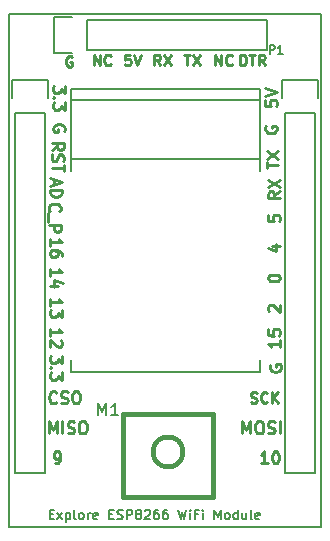
<source format=gbr>
G04 #@! TF.FileFunction,Legend,Top*
%FSLAX46Y46*%
G04 Gerber Fmt 4.6, Leading zero omitted, Abs format (unit mm)*
G04 Created by KiCad (PCBNEW (2015-01-16 BZR 5376)-product) date 7/15/2015 11:03:26 AM*
%MOMM*%
G01*
G04 APERTURE LIST*
%ADD10C,0.100000*%
%ADD11C,0.222250*%
%ADD12C,0.200000*%
%ADD13C,0.250000*%
%ADD14C,0.150000*%
%ADD15C,0.381000*%
G04 APERTURE END LIST*
D10*
D11*
X132080001Y-45487167D02*
X132080001Y-44598167D01*
X132291667Y-44598167D01*
X132418667Y-44640500D01*
X132503334Y-44725167D01*
X132545667Y-44809833D01*
X132588001Y-44979167D01*
X132588001Y-45106167D01*
X132545667Y-45275500D01*
X132503334Y-45360167D01*
X132418667Y-45444833D01*
X132291667Y-45487167D01*
X132080001Y-45487167D01*
X132842001Y-44598167D02*
X133350001Y-44598167D01*
X133096001Y-45487167D02*
X133096001Y-44598167D01*
X134154334Y-45487167D02*
X133858000Y-45063833D01*
X133646334Y-45487167D02*
X133646334Y-44598167D01*
X133985000Y-44598167D01*
X134069667Y-44640500D01*
X134112000Y-44682833D01*
X134154334Y-44767500D01*
X134154334Y-44894500D01*
X134112000Y-44979167D01*
X134069667Y-45021500D01*
X133985000Y-45063833D01*
X133646334Y-45063833D01*
X129984501Y-45487167D02*
X129984501Y-44598167D01*
X130492501Y-45487167D01*
X130492501Y-44598167D01*
X131423834Y-45402500D02*
X131381500Y-45444833D01*
X131254500Y-45487167D01*
X131169834Y-45487167D01*
X131042834Y-45444833D01*
X130958167Y-45360167D01*
X130915834Y-45275500D01*
X130873500Y-45106167D01*
X130873500Y-44979167D01*
X130915834Y-44809833D01*
X130958167Y-44725167D01*
X131042834Y-44640500D01*
X131169834Y-44598167D01*
X131254500Y-44598167D01*
X131381500Y-44640500D01*
X131423834Y-44682833D01*
X127338667Y-44598167D02*
X127846667Y-44598167D01*
X127592667Y-45487167D02*
X127592667Y-44598167D01*
X128058333Y-44598167D02*
X128651000Y-45487167D01*
X128651000Y-44598167D02*
X128058333Y-45487167D01*
X125327834Y-45487167D02*
X125031500Y-45063833D01*
X124819834Y-45487167D02*
X124819834Y-44598167D01*
X125158500Y-44598167D01*
X125243167Y-44640500D01*
X125285500Y-44682833D01*
X125327834Y-44767500D01*
X125327834Y-44894500D01*
X125285500Y-44979167D01*
X125243167Y-45021500D01*
X125158500Y-45063833D01*
X124819834Y-45063833D01*
X125624167Y-44598167D02*
X126216834Y-45487167D01*
X126216834Y-44598167D02*
X125624167Y-45487167D01*
X122766667Y-44598167D02*
X122343334Y-44598167D01*
X122301000Y-45021500D01*
X122343334Y-44979167D01*
X122428000Y-44936833D01*
X122639667Y-44936833D01*
X122724334Y-44979167D01*
X122766667Y-45021500D01*
X122809000Y-45106167D01*
X122809000Y-45317833D01*
X122766667Y-45402500D01*
X122724334Y-45444833D01*
X122639667Y-45487167D01*
X122428000Y-45487167D01*
X122343334Y-45444833D01*
X122301000Y-45402500D01*
X123063001Y-44598167D02*
X123359334Y-45487167D01*
X123655667Y-44598167D01*
X119697501Y-45487167D02*
X119697501Y-44598167D01*
X120205501Y-45487167D01*
X120205501Y-44598167D01*
X121136834Y-45402500D02*
X121094500Y-45444833D01*
X120967500Y-45487167D01*
X120882834Y-45487167D01*
X120755834Y-45444833D01*
X120671167Y-45360167D01*
X120628834Y-45275500D01*
X120586500Y-45106167D01*
X120586500Y-44979167D01*
X120628834Y-44809833D01*
X120671167Y-44725167D01*
X120755834Y-44640500D01*
X120882834Y-44598167D01*
X120967500Y-44598167D01*
X121094500Y-44640500D01*
X121136834Y-44682833D01*
X117834833Y-44767500D02*
X117750167Y-44725167D01*
X117623167Y-44725167D01*
X117496167Y-44767500D01*
X117411500Y-44852167D01*
X117369167Y-44936833D01*
X117326833Y-45106167D01*
X117326833Y-45233167D01*
X117369167Y-45402500D01*
X117411500Y-45487167D01*
X117496167Y-45571833D01*
X117623167Y-45614167D01*
X117707833Y-45614167D01*
X117834833Y-45571833D01*
X117877167Y-45529500D01*
X117877167Y-45233167D01*
X117707833Y-45233167D01*
D12*
X115964807Y-83508857D02*
X116231474Y-83508857D01*
X116345760Y-83927905D02*
X115964807Y-83927905D01*
X115964807Y-83127905D01*
X116345760Y-83127905D01*
X116612427Y-83927905D02*
X117031474Y-83394571D01*
X116612427Y-83394571D02*
X117031474Y-83927905D01*
X117336236Y-83394571D02*
X117336236Y-84194571D01*
X117336236Y-83432667D02*
X117412427Y-83394571D01*
X117564808Y-83394571D01*
X117640998Y-83432667D01*
X117679093Y-83470762D01*
X117717189Y-83546952D01*
X117717189Y-83775524D01*
X117679093Y-83851714D01*
X117640998Y-83889810D01*
X117564808Y-83927905D01*
X117412427Y-83927905D01*
X117336236Y-83889810D01*
X118174332Y-83927905D02*
X118098141Y-83889810D01*
X118060046Y-83813619D01*
X118060046Y-83127905D01*
X118593380Y-83927905D02*
X118517189Y-83889810D01*
X118479094Y-83851714D01*
X118440999Y-83775524D01*
X118440999Y-83546952D01*
X118479094Y-83470762D01*
X118517189Y-83432667D01*
X118593380Y-83394571D01*
X118707666Y-83394571D01*
X118783856Y-83432667D01*
X118821951Y-83470762D01*
X118860047Y-83546952D01*
X118860047Y-83775524D01*
X118821951Y-83851714D01*
X118783856Y-83889810D01*
X118707666Y-83927905D01*
X118593380Y-83927905D01*
X119202904Y-83927905D02*
X119202904Y-83394571D01*
X119202904Y-83546952D02*
X119240999Y-83470762D01*
X119279095Y-83432667D01*
X119355285Y-83394571D01*
X119431476Y-83394571D01*
X120002904Y-83889810D02*
X119926714Y-83927905D01*
X119774333Y-83927905D01*
X119698142Y-83889810D01*
X119660047Y-83813619D01*
X119660047Y-83508857D01*
X119698142Y-83432667D01*
X119774333Y-83394571D01*
X119926714Y-83394571D01*
X120002904Y-83432667D01*
X120040999Y-83508857D01*
X120040999Y-83585048D01*
X119660047Y-83661238D01*
X120993380Y-83508857D02*
X121260047Y-83508857D01*
X121374333Y-83927905D02*
X120993380Y-83927905D01*
X120993380Y-83127905D01*
X121374333Y-83127905D01*
X121679095Y-83889810D02*
X121793381Y-83927905D01*
X121983857Y-83927905D01*
X122060047Y-83889810D01*
X122098143Y-83851714D01*
X122136238Y-83775524D01*
X122136238Y-83699333D01*
X122098143Y-83623143D01*
X122060047Y-83585048D01*
X121983857Y-83546952D01*
X121831476Y-83508857D01*
X121755285Y-83470762D01*
X121717190Y-83432667D01*
X121679095Y-83356476D01*
X121679095Y-83280286D01*
X121717190Y-83204095D01*
X121755285Y-83166000D01*
X121831476Y-83127905D01*
X122021952Y-83127905D01*
X122136238Y-83166000D01*
X122479095Y-83927905D02*
X122479095Y-83127905D01*
X122783857Y-83127905D01*
X122860048Y-83166000D01*
X122898143Y-83204095D01*
X122936238Y-83280286D01*
X122936238Y-83394571D01*
X122898143Y-83470762D01*
X122860048Y-83508857D01*
X122783857Y-83546952D01*
X122479095Y-83546952D01*
X123393381Y-83470762D02*
X123317190Y-83432667D01*
X123279095Y-83394571D01*
X123241000Y-83318381D01*
X123241000Y-83280286D01*
X123279095Y-83204095D01*
X123317190Y-83166000D01*
X123393381Y-83127905D01*
X123545762Y-83127905D01*
X123621952Y-83166000D01*
X123660048Y-83204095D01*
X123698143Y-83280286D01*
X123698143Y-83318381D01*
X123660048Y-83394571D01*
X123621952Y-83432667D01*
X123545762Y-83470762D01*
X123393381Y-83470762D01*
X123317190Y-83508857D01*
X123279095Y-83546952D01*
X123241000Y-83623143D01*
X123241000Y-83775524D01*
X123279095Y-83851714D01*
X123317190Y-83889810D01*
X123393381Y-83927905D01*
X123545762Y-83927905D01*
X123621952Y-83889810D01*
X123660048Y-83851714D01*
X123698143Y-83775524D01*
X123698143Y-83623143D01*
X123660048Y-83546952D01*
X123621952Y-83508857D01*
X123545762Y-83470762D01*
X124002905Y-83204095D02*
X124041000Y-83166000D01*
X124117191Y-83127905D01*
X124307667Y-83127905D01*
X124383857Y-83166000D01*
X124421953Y-83204095D01*
X124460048Y-83280286D01*
X124460048Y-83356476D01*
X124421953Y-83470762D01*
X123964810Y-83927905D01*
X124460048Y-83927905D01*
X125145762Y-83127905D02*
X124993381Y-83127905D01*
X124917191Y-83166000D01*
X124879096Y-83204095D01*
X124802905Y-83318381D01*
X124764810Y-83470762D01*
X124764810Y-83775524D01*
X124802905Y-83851714D01*
X124841000Y-83889810D01*
X124917191Y-83927905D01*
X125069572Y-83927905D01*
X125145762Y-83889810D01*
X125183858Y-83851714D01*
X125221953Y-83775524D01*
X125221953Y-83585048D01*
X125183858Y-83508857D01*
X125145762Y-83470762D01*
X125069572Y-83432667D01*
X124917191Y-83432667D01*
X124841000Y-83470762D01*
X124802905Y-83508857D01*
X124764810Y-83585048D01*
X125907667Y-83127905D02*
X125755286Y-83127905D01*
X125679096Y-83166000D01*
X125641001Y-83204095D01*
X125564810Y-83318381D01*
X125526715Y-83470762D01*
X125526715Y-83775524D01*
X125564810Y-83851714D01*
X125602905Y-83889810D01*
X125679096Y-83927905D01*
X125831477Y-83927905D01*
X125907667Y-83889810D01*
X125945763Y-83851714D01*
X125983858Y-83775524D01*
X125983858Y-83585048D01*
X125945763Y-83508857D01*
X125907667Y-83470762D01*
X125831477Y-83432667D01*
X125679096Y-83432667D01*
X125602905Y-83470762D01*
X125564810Y-83508857D01*
X125526715Y-83585048D01*
X126860049Y-83127905D02*
X127050525Y-83927905D01*
X127202906Y-83356476D01*
X127355287Y-83927905D01*
X127545763Y-83127905D01*
X127850525Y-83927905D02*
X127850525Y-83394571D01*
X127850525Y-83127905D02*
X127812430Y-83166000D01*
X127850525Y-83204095D01*
X127888620Y-83166000D01*
X127850525Y-83127905D01*
X127850525Y-83204095D01*
X128498144Y-83508857D02*
X128231477Y-83508857D01*
X128231477Y-83927905D02*
X128231477Y-83127905D01*
X128612430Y-83127905D01*
X128917191Y-83927905D02*
X128917191Y-83394571D01*
X128917191Y-83127905D02*
X128879096Y-83166000D01*
X128917191Y-83204095D01*
X128955286Y-83166000D01*
X128917191Y-83127905D01*
X128917191Y-83204095D01*
X129907667Y-83927905D02*
X129907667Y-83127905D01*
X130174334Y-83699333D01*
X130441001Y-83127905D01*
X130441001Y-83927905D01*
X130936239Y-83927905D02*
X130860048Y-83889810D01*
X130821953Y-83851714D01*
X130783858Y-83775524D01*
X130783858Y-83546952D01*
X130821953Y-83470762D01*
X130860048Y-83432667D01*
X130936239Y-83394571D01*
X131050525Y-83394571D01*
X131126715Y-83432667D01*
X131164810Y-83470762D01*
X131202906Y-83546952D01*
X131202906Y-83775524D01*
X131164810Y-83851714D01*
X131126715Y-83889810D01*
X131050525Y-83927905D01*
X130936239Y-83927905D01*
X131888620Y-83927905D02*
X131888620Y-83127905D01*
X131888620Y-83889810D02*
X131812430Y-83927905D01*
X131660049Y-83927905D01*
X131583858Y-83889810D01*
X131545763Y-83851714D01*
X131507668Y-83775524D01*
X131507668Y-83546952D01*
X131545763Y-83470762D01*
X131583858Y-83432667D01*
X131660049Y-83394571D01*
X131812430Y-83394571D01*
X131888620Y-83432667D01*
X132612430Y-83394571D02*
X132612430Y-83927905D01*
X132269573Y-83394571D02*
X132269573Y-83813619D01*
X132307668Y-83889810D01*
X132383859Y-83927905D01*
X132498145Y-83927905D01*
X132574335Y-83889810D01*
X132612430Y-83851714D01*
X133107669Y-83927905D02*
X133031478Y-83889810D01*
X132993383Y-83813619D01*
X132993383Y-83127905D01*
X133717193Y-83889810D02*
X133641003Y-83927905D01*
X133488622Y-83927905D01*
X133412431Y-83889810D01*
X133374336Y-83813619D01*
X133374336Y-83508857D01*
X133412431Y-83432667D01*
X133488622Y-83394571D01*
X133641003Y-83394571D01*
X133717193Y-83432667D01*
X133755288Y-83508857D01*
X133755288Y-83585048D01*
X133374336Y-83661238D01*
D13*
X134199381Y-48450476D02*
X134199381Y-48926667D01*
X134675571Y-48974286D01*
X134627952Y-48926667D01*
X134580333Y-48831429D01*
X134580333Y-48593333D01*
X134627952Y-48498095D01*
X134675571Y-48450476D01*
X134770810Y-48402857D01*
X135008905Y-48402857D01*
X135104143Y-48450476D01*
X135151762Y-48498095D01*
X135199381Y-48593333D01*
X135199381Y-48831429D01*
X135151762Y-48926667D01*
X135104143Y-48974286D01*
X134199381Y-48117143D02*
X135199381Y-47783810D01*
X134199381Y-47450476D01*
X134247000Y-50665095D02*
X134199381Y-50760333D01*
X134199381Y-50903190D01*
X134247000Y-51046048D01*
X134342238Y-51141286D01*
X134437476Y-51188905D01*
X134627952Y-51236524D01*
X134770810Y-51236524D01*
X134961286Y-51188905D01*
X135056524Y-51141286D01*
X135151762Y-51046048D01*
X135199381Y-50903190D01*
X135199381Y-50807952D01*
X135151762Y-50665095D01*
X135104143Y-50617476D01*
X134770810Y-50617476D01*
X134770810Y-50807952D01*
X134326381Y-54228905D02*
X134326381Y-53657476D01*
X135326381Y-53943191D02*
X134326381Y-53943191D01*
X134326381Y-53419381D02*
X135326381Y-52752714D01*
X134326381Y-52752714D02*
X135326381Y-53419381D01*
D11*
X135453381Y-56173666D02*
X134977190Y-56507000D01*
X135453381Y-56745095D02*
X134453381Y-56745095D01*
X134453381Y-56364142D01*
X134501000Y-56268904D01*
X134548619Y-56221285D01*
X134643857Y-56173666D01*
X134786714Y-56173666D01*
X134881952Y-56221285D01*
X134929571Y-56268904D01*
X134977190Y-56364142D01*
X134977190Y-56745095D01*
X134453381Y-55840333D02*
X135453381Y-55173666D01*
X134453381Y-55173666D02*
X135453381Y-55840333D01*
D13*
X134453381Y-58181904D02*
X134453381Y-58658095D01*
X134929571Y-58705714D01*
X134881952Y-58658095D01*
X134834333Y-58562857D01*
X134834333Y-58324761D01*
X134881952Y-58229523D01*
X134929571Y-58181904D01*
X135024810Y-58134285D01*
X135262905Y-58134285D01*
X135358143Y-58181904D01*
X135405762Y-58229523D01*
X135453381Y-58324761D01*
X135453381Y-58562857D01*
X135405762Y-58658095D01*
X135358143Y-58705714D01*
X134786714Y-60769523D02*
X135453381Y-60769523D01*
X134405762Y-61007619D02*
X135120048Y-61245714D01*
X135120048Y-60626666D01*
X134453381Y-63547619D02*
X134453381Y-63452380D01*
X134501000Y-63357142D01*
X134548619Y-63309523D01*
X134643857Y-63261904D01*
X134834333Y-63214285D01*
X135072429Y-63214285D01*
X135262905Y-63261904D01*
X135358143Y-63309523D01*
X135405762Y-63357142D01*
X135453381Y-63452380D01*
X135453381Y-63547619D01*
X135405762Y-63642857D01*
X135358143Y-63690476D01*
X135262905Y-63738095D01*
X135072429Y-63785714D01*
X134834333Y-63785714D01*
X134643857Y-63738095D01*
X134548619Y-63690476D01*
X134501000Y-63642857D01*
X134453381Y-63547619D01*
X134548619Y-66325714D02*
X134501000Y-66278095D01*
X134453381Y-66182857D01*
X134453381Y-65944761D01*
X134501000Y-65849523D01*
X134548619Y-65801904D01*
X134643857Y-65754285D01*
X134739095Y-65754285D01*
X134881952Y-65801904D01*
X135453381Y-66373333D01*
X135453381Y-65754285D01*
X135453381Y-68770476D02*
X135453381Y-69341905D01*
X135453381Y-69056191D02*
X134453381Y-69056191D01*
X134596238Y-69151429D01*
X134691476Y-69246667D01*
X134739095Y-69341905D01*
X134453381Y-67865714D02*
X134453381Y-68341905D01*
X134929571Y-68389524D01*
X134881952Y-68341905D01*
X134834333Y-68246667D01*
X134834333Y-68008571D01*
X134881952Y-67913333D01*
X134929571Y-67865714D01*
X135024810Y-67818095D01*
X135262905Y-67818095D01*
X135358143Y-67865714D01*
X135405762Y-67913333D01*
X135453381Y-68008571D01*
X135453381Y-68246667D01*
X135405762Y-68341905D01*
X135358143Y-68389524D01*
X134628000Y-70858095D02*
X134580381Y-70953333D01*
X134580381Y-71096190D01*
X134628000Y-71239048D01*
X134723238Y-71334286D01*
X134818476Y-71381905D01*
X135008952Y-71429524D01*
X135151810Y-71429524D01*
X135342286Y-71381905D01*
X135437524Y-71334286D01*
X135532762Y-71239048D01*
X135580381Y-71096190D01*
X135580381Y-71000952D01*
X135532762Y-70858095D01*
X135485143Y-70810476D01*
X135151810Y-70810476D01*
X135151810Y-71000952D01*
D11*
X132969000Y-74019833D02*
X133096000Y-74062167D01*
X133307667Y-74062167D01*
X133392334Y-74019833D01*
X133434667Y-73977500D01*
X133477000Y-73892833D01*
X133477000Y-73808167D01*
X133434667Y-73723500D01*
X133392334Y-73681167D01*
X133307667Y-73638833D01*
X133138334Y-73596500D01*
X133053667Y-73554167D01*
X133011334Y-73511833D01*
X132969000Y-73427167D01*
X132969000Y-73342500D01*
X133011334Y-73257833D01*
X133053667Y-73215500D01*
X133138334Y-73173167D01*
X133350000Y-73173167D01*
X133477000Y-73215500D01*
X134366001Y-73977500D02*
X134323667Y-74019833D01*
X134196667Y-74062167D01*
X134112001Y-74062167D01*
X133985001Y-74019833D01*
X133900334Y-73935167D01*
X133858001Y-73850500D01*
X133815667Y-73681167D01*
X133815667Y-73554167D01*
X133858001Y-73384833D01*
X133900334Y-73300167D01*
X133985001Y-73215500D01*
X134112001Y-73173167D01*
X134196667Y-73173167D01*
X134323667Y-73215500D01*
X134366001Y-73257833D01*
X134747001Y-74062167D02*
X134747001Y-73173167D01*
X135255001Y-74062167D02*
X134874001Y-73554167D01*
X135255001Y-73173167D02*
X134747001Y-73681167D01*
D13*
X132286572Y-76652381D02*
X132286572Y-75652381D01*
X132619906Y-76366667D01*
X132953239Y-75652381D01*
X132953239Y-76652381D01*
X133619905Y-75652381D02*
X133810382Y-75652381D01*
X133905620Y-75700000D01*
X134000858Y-75795238D01*
X134048477Y-75985714D01*
X134048477Y-76319048D01*
X134000858Y-76509524D01*
X133905620Y-76604762D01*
X133810382Y-76652381D01*
X133619905Y-76652381D01*
X133524667Y-76604762D01*
X133429429Y-76509524D01*
X133381810Y-76319048D01*
X133381810Y-75985714D01*
X133429429Y-75795238D01*
X133524667Y-75700000D01*
X133619905Y-75652381D01*
X134429429Y-76604762D02*
X134572286Y-76652381D01*
X134810382Y-76652381D01*
X134905620Y-76604762D01*
X134953239Y-76557143D01*
X135000858Y-76461905D01*
X135000858Y-76366667D01*
X134953239Y-76271429D01*
X134905620Y-76223810D01*
X134810382Y-76176190D01*
X134619905Y-76128571D01*
X134524667Y-76080952D01*
X134477048Y-76033333D01*
X134429429Y-75938095D01*
X134429429Y-75842857D01*
X134477048Y-75747619D01*
X134524667Y-75700000D01*
X134619905Y-75652381D01*
X134858001Y-75652381D01*
X135000858Y-75700000D01*
X135429429Y-76652381D02*
X135429429Y-75652381D01*
X134429524Y-79192381D02*
X133858095Y-79192381D01*
X134143809Y-79192381D02*
X134143809Y-78192381D01*
X134048571Y-78335238D01*
X133953333Y-78430476D01*
X133858095Y-78478095D01*
X135048571Y-78192381D02*
X135143810Y-78192381D01*
X135239048Y-78240000D01*
X135286667Y-78287619D01*
X135334286Y-78382857D01*
X135381905Y-78573333D01*
X135381905Y-78811429D01*
X135334286Y-79001905D01*
X135286667Y-79097143D01*
X135239048Y-79144762D01*
X135143810Y-79192381D01*
X135048571Y-79192381D01*
X134953333Y-79144762D01*
X134905714Y-79097143D01*
X134858095Y-79001905D01*
X134810476Y-78811429D01*
X134810476Y-78573333D01*
X134858095Y-78382857D01*
X134905714Y-78287619D01*
X134953333Y-78240000D01*
X135048571Y-78192381D01*
X116395524Y-79192381D02*
X116586000Y-79192381D01*
X116681239Y-79144762D01*
X116728858Y-79097143D01*
X116824096Y-78954286D01*
X116871715Y-78763810D01*
X116871715Y-78382857D01*
X116824096Y-78287619D01*
X116776477Y-78240000D01*
X116681239Y-78192381D01*
X116490762Y-78192381D01*
X116395524Y-78240000D01*
X116347905Y-78287619D01*
X116300286Y-78382857D01*
X116300286Y-78620952D01*
X116347905Y-78716190D01*
X116395524Y-78763810D01*
X116490762Y-78811429D01*
X116681239Y-78811429D01*
X116776477Y-78763810D01*
X116824096Y-78716190D01*
X116871715Y-78620952D01*
X115903572Y-76652381D02*
X115903572Y-75652381D01*
X116236906Y-76366667D01*
X116570239Y-75652381D01*
X116570239Y-76652381D01*
X117046429Y-76652381D02*
X117046429Y-75652381D01*
X117475000Y-76604762D02*
X117617857Y-76652381D01*
X117855953Y-76652381D01*
X117951191Y-76604762D01*
X117998810Y-76557143D01*
X118046429Y-76461905D01*
X118046429Y-76366667D01*
X117998810Y-76271429D01*
X117951191Y-76223810D01*
X117855953Y-76176190D01*
X117665476Y-76128571D01*
X117570238Y-76080952D01*
X117522619Y-76033333D01*
X117475000Y-75938095D01*
X117475000Y-75842857D01*
X117522619Y-75747619D01*
X117570238Y-75700000D01*
X117665476Y-75652381D01*
X117903572Y-75652381D01*
X118046429Y-75700000D01*
X118665476Y-75652381D02*
X118855953Y-75652381D01*
X118951191Y-75700000D01*
X119046429Y-75795238D01*
X119094048Y-75985714D01*
X119094048Y-76319048D01*
X119046429Y-76509524D01*
X118951191Y-76604762D01*
X118855953Y-76652381D01*
X118665476Y-76652381D01*
X118570238Y-76604762D01*
X118475000Y-76509524D01*
X118427381Y-76319048D01*
X118427381Y-75985714D01*
X118475000Y-75795238D01*
X118570238Y-75700000D01*
X118665476Y-75652381D01*
X116530524Y-74017143D02*
X116482905Y-74064762D01*
X116340048Y-74112381D01*
X116244810Y-74112381D01*
X116101952Y-74064762D01*
X116006714Y-73969524D01*
X115959095Y-73874286D01*
X115911476Y-73683810D01*
X115911476Y-73540952D01*
X115959095Y-73350476D01*
X116006714Y-73255238D01*
X116101952Y-73160000D01*
X116244810Y-73112381D01*
X116340048Y-73112381D01*
X116482905Y-73160000D01*
X116530524Y-73207619D01*
X116911476Y-74064762D02*
X117054333Y-74112381D01*
X117292429Y-74112381D01*
X117387667Y-74064762D01*
X117435286Y-74017143D01*
X117482905Y-73921905D01*
X117482905Y-73826667D01*
X117435286Y-73731429D01*
X117387667Y-73683810D01*
X117292429Y-73636190D01*
X117101952Y-73588571D01*
X117006714Y-73540952D01*
X116959095Y-73493333D01*
X116911476Y-73398095D01*
X116911476Y-73302857D01*
X116959095Y-73207619D01*
X117006714Y-73160000D01*
X117101952Y-73112381D01*
X117340048Y-73112381D01*
X117482905Y-73160000D01*
X118101952Y-73112381D02*
X118292429Y-73112381D01*
X118387667Y-73160000D01*
X118482905Y-73255238D01*
X118530524Y-73445714D01*
X118530524Y-73779048D01*
X118482905Y-73969524D01*
X118387667Y-74064762D01*
X118292429Y-74112381D01*
X118101952Y-74112381D01*
X118006714Y-74064762D01*
X117911476Y-73969524D01*
X117863857Y-73779048D01*
X117863857Y-73445714D01*
X117911476Y-73255238D01*
X118006714Y-73160000D01*
X118101952Y-73112381D01*
X117006619Y-70072381D02*
X117006619Y-70691429D01*
X116625667Y-70358095D01*
X116625667Y-70500953D01*
X116578048Y-70596191D01*
X116530429Y-70643810D01*
X116435190Y-70691429D01*
X116197095Y-70691429D01*
X116101857Y-70643810D01*
X116054238Y-70596191D01*
X116006619Y-70500953D01*
X116006619Y-70215238D01*
X116054238Y-70120000D01*
X116101857Y-70072381D01*
X116101857Y-71120000D02*
X116054238Y-71167619D01*
X116006619Y-71120000D01*
X116054238Y-71072381D01*
X116101857Y-71120000D01*
X116006619Y-71120000D01*
X117006619Y-71500952D02*
X117006619Y-72120000D01*
X116625667Y-71786666D01*
X116625667Y-71929524D01*
X116578048Y-72024762D01*
X116530429Y-72072381D01*
X116435190Y-72120000D01*
X116197095Y-72120000D01*
X116101857Y-72072381D01*
X116054238Y-72024762D01*
X116006619Y-71929524D01*
X116006619Y-71643809D01*
X116054238Y-71548571D01*
X116101857Y-71500952D01*
X116006619Y-68389524D02*
X116006619Y-67818095D01*
X116006619Y-68103809D02*
X117006619Y-68103809D01*
X116863762Y-68008571D01*
X116768524Y-67913333D01*
X116720905Y-67818095D01*
X116911381Y-68770476D02*
X116959000Y-68818095D01*
X117006619Y-68913333D01*
X117006619Y-69151429D01*
X116959000Y-69246667D01*
X116911381Y-69294286D01*
X116816143Y-69341905D01*
X116720905Y-69341905D01*
X116578048Y-69294286D01*
X116006619Y-68722857D01*
X116006619Y-69341905D01*
X116006619Y-65849524D02*
X116006619Y-65278095D01*
X116006619Y-65563809D02*
X117006619Y-65563809D01*
X116863762Y-65468571D01*
X116768524Y-65373333D01*
X116720905Y-65278095D01*
X117006619Y-66182857D02*
X117006619Y-66801905D01*
X116625667Y-66468571D01*
X116625667Y-66611429D01*
X116578048Y-66706667D01*
X116530429Y-66754286D01*
X116435190Y-66801905D01*
X116197095Y-66801905D01*
X116101857Y-66754286D01*
X116054238Y-66706667D01*
X116006619Y-66611429D01*
X116006619Y-66325714D01*
X116054238Y-66230476D01*
X116101857Y-66182857D01*
X116006619Y-63309524D02*
X116006619Y-62738095D01*
X116006619Y-63023809D02*
X117006619Y-63023809D01*
X116863762Y-62928571D01*
X116768524Y-62833333D01*
X116720905Y-62738095D01*
X116673286Y-64166667D02*
X116006619Y-64166667D01*
X117054238Y-63928571D02*
X116339952Y-63690476D01*
X116339952Y-64309524D01*
X116006619Y-60769524D02*
X116006619Y-60198095D01*
X116006619Y-60483809D02*
X117006619Y-60483809D01*
X116863762Y-60388571D01*
X116768524Y-60293333D01*
X116720905Y-60198095D01*
X117006619Y-61626667D02*
X117006619Y-61436190D01*
X116959000Y-61340952D01*
X116911381Y-61293333D01*
X116768524Y-61198095D01*
X116578048Y-61150476D01*
X116197095Y-61150476D01*
X116101857Y-61198095D01*
X116054238Y-61245714D01*
X116006619Y-61340952D01*
X116006619Y-61531429D01*
X116054238Y-61626667D01*
X116101857Y-61674286D01*
X116197095Y-61721905D01*
X116435190Y-61721905D01*
X116530429Y-61674286D01*
X116578048Y-61626667D01*
X116625667Y-61531429D01*
X116625667Y-61340952D01*
X116578048Y-61245714D01*
X116530429Y-61198095D01*
X116435190Y-61150476D01*
X115974857Y-57848572D02*
X115927238Y-57800953D01*
X115879619Y-57658096D01*
X115879619Y-57562858D01*
X115927238Y-57420000D01*
X116022476Y-57324762D01*
X116117714Y-57277143D01*
X116308190Y-57229524D01*
X116451048Y-57229524D01*
X116641524Y-57277143D01*
X116736762Y-57324762D01*
X116832000Y-57420000D01*
X116879619Y-57562858D01*
X116879619Y-57658096D01*
X116832000Y-57800953D01*
X116784381Y-57848572D01*
X115784381Y-58039048D02*
X115784381Y-58800953D01*
X115879619Y-59039048D02*
X116879619Y-59039048D01*
X116879619Y-59420001D01*
X116832000Y-59515239D01*
X116784381Y-59562858D01*
X116689143Y-59610477D01*
X116546286Y-59610477D01*
X116451048Y-59562858D01*
X116403429Y-59515239D01*
X116355810Y-59420001D01*
X116355810Y-59039048D01*
X116292333Y-55141905D02*
X116292333Y-55618096D01*
X116006619Y-55046667D02*
X117006619Y-55380000D01*
X116006619Y-55713334D01*
X116006619Y-56046667D02*
X117006619Y-56046667D01*
X117006619Y-56284762D01*
X116959000Y-56427620D01*
X116863762Y-56522858D01*
X116768524Y-56570477D01*
X116578048Y-56618096D01*
X116435190Y-56618096D01*
X116244714Y-56570477D01*
X116149476Y-56522858D01*
X116054238Y-56427620D01*
X116006619Y-56284762D01*
X116006619Y-56046667D01*
X116133619Y-52665381D02*
X116609810Y-52332047D01*
X116133619Y-52093952D02*
X117133619Y-52093952D01*
X117133619Y-52474905D01*
X117086000Y-52570143D01*
X117038381Y-52617762D01*
X116943143Y-52665381D01*
X116800286Y-52665381D01*
X116705048Y-52617762D01*
X116657429Y-52570143D01*
X116609810Y-52474905D01*
X116609810Y-52093952D01*
X116181238Y-53046333D02*
X116133619Y-53189190D01*
X116133619Y-53427286D01*
X116181238Y-53522524D01*
X116228857Y-53570143D01*
X116324095Y-53617762D01*
X116419333Y-53617762D01*
X116514571Y-53570143D01*
X116562190Y-53522524D01*
X116609810Y-53427286D01*
X116657429Y-53236809D01*
X116705048Y-53141571D01*
X116752667Y-53093952D01*
X116847905Y-53046333D01*
X116943143Y-53046333D01*
X117038381Y-53093952D01*
X117086000Y-53141571D01*
X117133619Y-53236809D01*
X117133619Y-53474905D01*
X117086000Y-53617762D01*
X117133619Y-53903476D02*
X117133619Y-54474905D01*
X116133619Y-54189190D02*
X117133619Y-54189190D01*
X117213000Y-51061905D02*
X117260619Y-50966667D01*
X117260619Y-50823810D01*
X117213000Y-50680952D01*
X117117762Y-50585714D01*
X117022524Y-50538095D01*
X116832048Y-50490476D01*
X116689190Y-50490476D01*
X116498714Y-50538095D01*
X116403476Y-50585714D01*
X116308238Y-50680952D01*
X116260619Y-50823810D01*
X116260619Y-50919048D01*
X116308238Y-51061905D01*
X116355857Y-51109524D01*
X116689190Y-51109524D01*
X116689190Y-50919048D01*
X117260619Y-47212381D02*
X117260619Y-47831429D01*
X116879667Y-47498095D01*
X116879667Y-47640953D01*
X116832048Y-47736191D01*
X116784429Y-47783810D01*
X116689190Y-47831429D01*
X116451095Y-47831429D01*
X116355857Y-47783810D01*
X116308238Y-47736191D01*
X116260619Y-47640953D01*
X116260619Y-47355238D01*
X116308238Y-47260000D01*
X116355857Y-47212381D01*
X116355857Y-48260000D02*
X116308238Y-48307619D01*
X116260619Y-48260000D01*
X116308238Y-48212381D01*
X116355857Y-48260000D01*
X116260619Y-48260000D01*
X117260619Y-48640952D02*
X117260619Y-49260000D01*
X116879667Y-48926666D01*
X116879667Y-49069524D01*
X116832048Y-49164762D01*
X116784429Y-49212381D01*
X116689190Y-49260000D01*
X116451095Y-49260000D01*
X116355857Y-49212381D01*
X116308238Y-49164762D01*
X116260619Y-49069524D01*
X116260619Y-48783809D01*
X116308238Y-48688571D01*
X116355857Y-48640952D01*
D12*
X138938000Y-84582000D02*
X138938000Y-81280000D01*
X112522000Y-84582000D02*
X138938000Y-84582000D01*
X112522000Y-81280000D02*
X112522000Y-84582000D01*
X138938000Y-41148000D02*
X112522000Y-41148000D01*
X138938000Y-81280000D02*
X138938000Y-41148000D01*
X112522000Y-41148000D02*
X112522000Y-81280000D01*
D14*
X133730000Y-48468000D02*
X133730000Y-47468000D01*
X133730000Y-47468000D02*
X117730000Y-47468000D01*
X117730000Y-47468000D02*
X117730000Y-48468000D01*
X133730000Y-53468000D02*
X117730000Y-53468000D01*
X117730000Y-54468000D02*
X117730000Y-48468000D01*
X117730000Y-48468000D02*
X133730000Y-48468000D01*
X133730000Y-48468000D02*
X133730000Y-54468000D01*
X117730000Y-70468000D02*
X117730000Y-71468000D01*
X117730000Y-71468000D02*
X133730000Y-71468000D01*
X133730000Y-71468000D02*
X133730000Y-70468000D01*
X135890000Y-49530000D02*
X135890000Y-80010000D01*
X135890000Y-80010000D02*
X138430000Y-80010000D01*
X138430000Y-80010000D02*
X138430000Y-49530000D01*
X138710000Y-46710000D02*
X138710000Y-48260000D01*
X138430000Y-49530000D02*
X135890000Y-49530000D01*
X135610000Y-48260000D02*
X135610000Y-46710000D01*
X135610000Y-46710000D02*
X138710000Y-46710000D01*
X113030000Y-49530000D02*
X113030000Y-80010000D01*
X113030000Y-80010000D02*
X115570000Y-80010000D01*
X115570000Y-80010000D02*
X115570000Y-49530000D01*
X115850000Y-46710000D02*
X115850000Y-48260000D01*
X115570000Y-49530000D02*
X113030000Y-49530000D01*
X112750000Y-48260000D02*
X112750000Y-46710000D01*
X112750000Y-46710000D02*
X115850000Y-46710000D01*
D15*
X125984000Y-82042000D02*
X122174000Y-82042000D01*
X122174000Y-82042000D02*
X122174000Y-75057000D01*
X122174000Y-75057000D02*
X129794000Y-75057000D01*
X129794000Y-75057000D02*
X129794000Y-82042000D01*
X129794000Y-82042000D02*
X125984000Y-82042000D01*
X127254000Y-78232000D02*
G75*
G03X127254000Y-78232000I-1270000J0D01*
G01*
D14*
X119126000Y-41656000D02*
X134366000Y-41656000D01*
X134366000Y-41656000D02*
X134366000Y-44196000D01*
X134366000Y-44196000D02*
X119126000Y-44196000D01*
X116306000Y-41376000D02*
X117856000Y-41376000D01*
X119126000Y-41656000D02*
X119126000Y-44196000D01*
X117856000Y-44476000D02*
X116306000Y-44476000D01*
X116306000Y-44476000D02*
X116306000Y-41376000D01*
X120094476Y-75128381D02*
X120094476Y-74128381D01*
X120427810Y-74842667D01*
X120761143Y-74128381D01*
X120761143Y-75128381D01*
X121761143Y-75128381D02*
X121189714Y-75128381D01*
X121475428Y-75128381D02*
X121475428Y-74128381D01*
X121380190Y-74271238D01*
X121284952Y-74366476D01*
X121189714Y-74414095D01*
X134611334Y-44512667D02*
X134611334Y-43812667D01*
X134878000Y-43812667D01*
X134944667Y-43846000D01*
X134978000Y-43879333D01*
X135011334Y-43946000D01*
X135011334Y-44046000D01*
X134978000Y-44112667D01*
X134944667Y-44146000D01*
X134878000Y-44179333D01*
X134611334Y-44179333D01*
X135678000Y-44512667D02*
X135278000Y-44512667D01*
X135478000Y-44512667D02*
X135478000Y-43812667D01*
X135411334Y-43912667D01*
X135344667Y-43979333D01*
X135278000Y-44012667D01*
M02*

</source>
